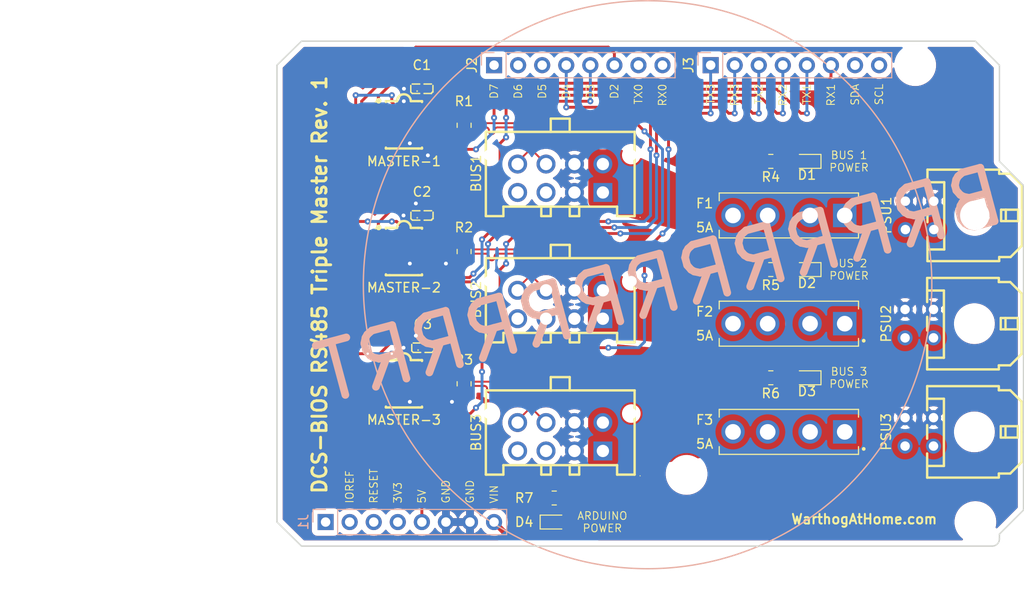
<source format=kicad_pcb>
(kicad_pcb (version 20211014) (generator pcbnew)
  (title_block (title "RS485 Triple Master") (date "2022-08-16") (rev "1") (company "Maciej Swic"))
  (layers (0 "F.Cu" signal) (31 "B.Cu" signal) (34 "B.Paste" user) (35 "F.Paste" user) (36 "B.SilkS" user "B.Silkscreen") (37 "F.SilkS" user "F.Silkscreen") (38 "B.Mask" user) (39 "F.Mask" user) (44 "Edge.Cuts" user))
  (net 0 "")
  (net 1 "GND")
  (net 2 "+5V")
  (net 3 "/IOREF")
  (net 4 "/*7")
  (net 5 "/*6")
  (net 6 "/*5")
  (net 7 "/TX0{slash}1")
  (net 8 "/RX0{slash}0")
  (net 9 "+3V3")
  (net 10 "/12V_2_Fused")
  (net 11 "/SDA{slash}20")
  (net 12 "/SCL{slash}21")
  (net 13 "/~{RESET}")
  (net 15 "Net-(D1-Pad2)")
  (net 16 "Net-(D2-Pad2)")
  (net 17 "Net-(D3-Pad2)")
  (net 18 "Net-(D4-Pad2)")
  (net 19 "+12V")
  (net 20 "+12V_2")
  (net 21 "+12V_3")
  (net 22 "*4")
  (net 23 "*3")
  (net 24 "*2")
  (net 25 "TX3{slash}14")
  (net 26 "RX3{slash}15")
  (net 27 "TX2{slash}16")
  (net 28 "RX2{slash}17")
  (net 29 "TX1{slash}18")
  (net 30 "RX1{slash}19")
  (net 37 "RS485-1-")
  (net 38 "RS485-1+")
  (net 39 "RS485-2-")
  (net 40 "RS485-2+")
  (net 41 "RS485-3-")
  (net 42 "RS485-3+")
  (net 43 "/12V_Fused")
  (net 44 "12V_3_Fused")
  (footprint "Arduino_MountingHole:MountingHole_3.2mm" (layer "F.Cu") (at 196.52 97.46)
    (fp_text reference "MH6" hide)
    (fp_text value "MountingHole_3.2mm" hide)
  )
  (footprint "Resistor_SMD:R_0805_2012Metric" (layer "F.Cu") (at 142.559019 68.885 -90)
    (fp_text reference "R2")
    (fp_text value "120R")
  )
  (footprint "JLCPCB:SOIC-8_L5.0-W4.0-P1.27-LS6.0-BL" (layer "F.Cu") (at 136.209019 68.885 -90)
    (fp_text reference "MASTER-2")
    (fp_text value "MAX487ESA+T")
  )
  (footprint "Resistor_SMD:R_0805_2012Metric" (layer "F.Cu") (at 174.93 59.36 180)
    (fp_text reference "R4")
    (fp_text value "1.8K")
  )
  (footprint "JLCPCB:CONN-TH_0430450400" (layer "F.Cu") (at 195.2846 65.06675 90)
    (fp_text reference "PSU1")
    (fp_text value "Conn_02x02_Top_Bottom" hide)
  )
  (footprint "LED_SMD:LED_0603_1608Metric" (layer "F.Cu") (at 178.74 82.22 180)
    (fp_text reference "D3")
    (fp_text value "BLUE")
  )
  (footprint "JLCPCB:CONN-TH_430450812" (layer "F.Cu") (at 152.705 87.3)
    (fp_text reference "BUS3")
    (fp_text value "Conn_02x04_Top_Bottom" hide)
  )
  (footprint "JLCPCB:C0402" (layer "F.Cu") (at 138.1 51.689)
    (fp_text reference "C1")
    (fp_text value "100n")
  )
  (footprint "JLCPCB:C0402" (layer "F.Cu") (at 138.203934 79.045)
    (fp_text reference "C3")
    (fp_text value "100n")
  )
  (footprint "Resistor_SMD:R_0805_2012Metric" (layer "F.Cu") (at 174.93 70.79 180)
    (fp_text reference "R5")
    (fp_text value "1.8K")
  )
  (footprint "JLCPCB:SOIC-8_L5.0-W4.0-P1.27-LS6.0-BL" (layer "F.Cu") (at 136.209019 55.499 -90)
    (fp_text reference "MASTER-1")
    (fp_text value "MAX487ESA+T")
  )
  (footprint "LED_SMD:LED_0603_1608Metric" (layer "F.Cu") (at 178.74 59.36 180)
    (fp_text reference "D1")
    (fp_text value "BLUE")
  )
  (footprint "LED_SMD:LED_0603_1608Metric" (layer "F.Cu") (at 178.74 70.79 180)
    (fp_text reference "D2")
    (fp_text value "BLUE")
  )
  (footprint "JLCPCB:CONN-TH_0430450400" (layer "F.Cu") (at 195.25 87.935 90)
    (fp_text reference "PSU3")
    (fp_text value "Conn_02x02_Top_Bottom" hide)
  )
  (footprint "LED_SMD:LED_0603_1608Metric" (layer "F.Cu") (at 152.07 97.46)
    (fp_text reference "D4")
    (fp_text value "BLUE")
  )
  (footprint "JLCPCB:CONN-TH_0430450400" (layer "F.Cu") (at 195.25 76.505 90)
    (fp_text reference "PSU2")
    (fp_text value "Conn_02x02_Top_Bottom" hide)
  )
  (footprint "JLCPCB:C0402" (layer "F.Cu") (at 138.114019 65.075)
    (fp_text reference "C2")
    (fp_text value "100n")
  )
  (footprint "Resistor_SMD:R_0805_2012Metric" (layer "F.Cu") (at 174.93 82.22 180)
    (fp_text reference "R6")
    (fp_text value "1.8K")
  )
  (footprint "Resistor_SMD:R_0805_2012Metric" (layer "F.Cu") (at 152.07 94.92 180)
    (fp_text reference "R7")
    (fp_text value "400R")
  )
  (footprint "A10 KiCad Libraries:FUSE_BK-6013" (layer "F.Cu") (at 176.835 76.505 180)
    (fp_text reference "F2")
    (fp_text value "5A")
  )
  (footprint "JLCPCB:CONN-TH_430450812" (layer "F.Cu") (at 152.705 73.33)
    (fp_text reference "BUS2")
    (fp_text value "Conn_02x04_Top_Bottom" hide)
  )
  (footprint "JLCPCB:SOIC-8_L5.0-W4.0-P1.27-LS6.0-BL" (layer "F.Cu") (at 136.209019 82.855 -90)
    (fp_text reference "MASTER-3")
    (fp_text value "MAX487ESA+T")
  )
  (footprint "Resistor_SMD:R_0805_2012Metric" (layer "F.Cu") (at 142.559019 55.55 -90)
    (fp_text reference "R1")
    (fp_text value "120R")
  )
  (footprint "Arduino_MountingHole:MountingHole_3.2mm" (layer "F.Cu") (at 166.04 92.38)
    (fp_text reference "MH4" hide)
    (fp_text value "MountingHole_3.2mm" hide)
  )
  (footprint "A10 KiCad Libraries:FUSE_BK-6013" (layer "F.Cu") (at 176.835 65.075 180)
    (fp_text reference "F1")
    (fp_text value "5A")
  )
  (footprint "A10 KiCad Libraries:FUSE_BK-6013" (layer "F.Cu") (at 176.835 87.935 180)
    (fp_text reference "F3")
    (fp_text value "5A")
  )
  (footprint "Arduino_MountingHole:MountingHole_3.2mm" (layer "F.Cu") (at 190.17 49.2)
    (fp_text reference "MH5" hide)
    (fp_text value "MountingHole_3.2mm" hide)
  )
  (footprint "Resistor_SMD:R_0805_2012Metric" (layer "F.Cu") (at 142.559019 82.855 -90)
    (fp_text reference "R3")
    (fp_text value "120R")
  )
  (footprint "JLCPCB:CONN-TH_430450812" (layer "F.Cu") (at 152.705 59.995)
    (fp_text reference "BUS1")
    (fp_text value "Conn_02x04_Top_Bottom" hide)
  )
  (footprint "Connector_PinHeader_2.54mm:PinHeader_1x08_P2.54mm_Vertical" (layer "B.Cu") (at 127.94 97.46 -90)
    (fp_text reference "J1")
    (fp_text value "Power")
  )
  (footprint "Connector_PinHeader_2.54mm:PinHeader_1x08_P2.54mm_Vertical" (layer "B.Cu") (at 145.72 49.2 -90)
    (fp_text reference "J2")
    (fp_text value "PWM")
  )
  (footprint "Connector_PinHeader_2.54mm:PinHeader_1x08_P2.54mm_Vertical" (layer "B.Cu") (at 168.58 49.2 -90)
    (fp_text reference "J3")
    (fp_text value "Communication")
  )
  (gr_circle (center 161.925 72.39) (end 191.925 72.39) (layer "B.SilkS") (width 0.15) (fill none))
  (gr_line (start 122.809 49.2) (end 125.4 46.66) (layer "Edge.Cuts") (width 0.15))
  (gr_line (start 199.06 59.36) (end 201.6 61.9) (layer "Edge.Cuts") (width 0.15))
  (gr_line (start 122.809 97.46) (end 122.809 49.2) (layer "Edge.Cuts") (width 0.15))
  (gr_line (start 122.809 97.46) (end 125.4 100) (layer "Edge.Cuts") (width 0.15))
  (gr_line (start 201.6 61.9) (end 201.6 96.19) (layer "Edge.Cuts") (width 0.15))
  (gr_line (start 198.298 100) (end 125.4 100) (layer "Edge.Cuts") (width 0.15))
  (gr_line (start 125.4 46.66) (end 196.52 46.66) (layer "Edge.Cuts") (width 0.15))
  (gr_line (start 201.6 96.19) (end 199.06 98.73) (layer "Edge.Cuts") (width 0.15))
  (gr_line (start 196.52 46.66) (end 199.06 49.2) (layer "Edge.Cuts") (width 0.15))
  (gr_arc (start 199.06 99.238) (mid 198.836815 99.776815) (end 198.298 100) (layer "Edge.Cuts") (width 0.15))
  (gr_line (start 199.06 49.2) (end 199.06 59.36) (layer "Edge.Cuts") (width 0.15))
  (gr_line (start 199.06 98.73) (end 199.06 99.238) (layer "Edge.Cuts") (width 0.15))
  (gr_text "BRRRRRRRRRRRT" (at 163.195 72.39 15) (layer "B.SilkS") (effects (font (size 5.842 5.842) (thickness 0.8128)) (justify mirror)))
  (gr_text "GND" (at 143.18 95.555 90) (layer "F.SilkS") (effects (font (size 0.8128 0.8128) (thickness 0.1016)) (justify left)))
  (gr_text "TX2" (at 173.66 51.105 90) (layer "F.SilkS") (effects (font (size 0.8128 0.8128) (thickness 0.1016)) (justify right)))
  (gr_text "BUS 1\nPOWER" (at 183.185 59.36) (layer "F.SilkS") (effects (font (size 0.8128 0.8128) (thickness 0.1016))))
  (gr_text "VIN" (at 145.72 95.555 90) (layer "F.SilkS") (effects (font (size 0.8128 0.8128) (thickness 0.1016)) (justify left)))
  (gr_text "GND" (at 140.64 95.555 90) (layer "F.SilkS") (effects (font (size 0.8128 0.8128) (thickness 0.1016)) (justify left)))
  (gr_text "D3" (at 155.88 51.105 90) (layer "F.SilkS") (effects (font (size 0.8128 0.8128) (thickness 0.1016)) (justify right)))
  (gr_text "IOREF" (at 130.48 95.555 90) (layer "F.SilkS") (effects (font (size 0.8128 0.8128) (thickness 0.1016)) (justify left)))
  (gr_text "BUS 2\nPOWER" (at 183.185 70.79) (layer "F.SilkS") (effects (font (size 0.8128 0.8128) (thickness 0.1016))))
  (gr_text "WarthogAtHome.com" (at 184.785 97.155) (layer "F.SilkS") (effects (font (size 1.016 1.016) (thickness 0.2032))))
  (gr_text "SCL" (at 186.36 51.105 90) (layer "F.SilkS") (effects (font (size 0.8128 0.8128) (thickness 0.1016)) (justify right)))
  (gr_text "RESET" (at 133.02 95.555 90) (layer "F.SilkS") (effects (font (size 0.8128 0.8128) (thickness 0.1016)) (justify left)))
  (gr_text "D2" (at 158.42 51.105 90) (layer "F.SilkS") (effects (font (size 0.8128 0.8128) (thickness 0.1016)) (justify right)))
  (gr_text "RX0" (at 163.5 51.105 90) (layer "F.SilkS") (effects (font (size 0.8128 0.8128) (thickness 0.1016)) (justify right)))
  (gr_text "TX3" (at 168.58 51.105 90) (layer "F.SilkS") (effects (font (size 0.8128 0.8128) (thickness 0.1016)) (justify right)))
  (gr_text "SDA" (at 183.82 51.105 90) (layer "F.SilkS") (effects (font (size 0.8128 0.8128) (thickness 0.1016)) (justify right)))
  (gr_text "D6" (at 148.26 51.105 90) (layer "F.SilkS") (effects (font (size 0.8128 0.8128) (thickness 0.1016)) (justify right)))
  (gr_text "3V3" (at 135.56 95.555 90) (layer "F.SilkS") (effects (font (size 0.8128 0.8128) (thickness 0.1016)) (justify left)))
  (gr_text "D7" (at 145.72 51.105 90) (layer "F.SilkS") (effects (font (size 0.8128 0.8128) (thickness 0.1016)) (justify right)))
  (gr_text "5V" (at 138.1 95.555 90) (layer "F.SilkS") (effects (font (size 0.8128 0.8128) (thickness 0.1016)) (justify left)))
  (gr_text "RX1" (at 181.28 51.105 90) (layer "F.SilkS") (effects (font (size 0.8128 0.8128) (thickness 0.1016)) (justify right)))
  (gr_text "BUS 3\nPOWER" (at 183.185 82.22) (layer "F.SilkS") (effects (font (size 0.8128 0.8128) (thickness 0.1016))))
  (gr_text "D4" (at 153.34 51.105 90) (layer "F.SilkS") (effects (font (size 0.8128 0.8128) (thickness 0.1016)) (justify right)))
  (gr_text "RX2" (at 176.2 51.105 90) (layer "F.SilkS") (effects (font (size 0.8128 0.8128) (thickness 0.1016)) (justify right)))
  (gr_text "RX3" (at 171.12 51.105 90) (layer "F.SilkS") (effects (font (size 0.8128 0.8128) (thickness 0.1016)) (justify right)))
  (gr_text "TX0" (at 160.96 51.105 90) (layer "F.SilkS") (effects (font (size 0.8128 0.8128) (thickness 0.1016)) (justify right)))
  (gr_text "D5" (at 150.8 51.105 90) (layer "F.SilkS") (effects (font (size 0.8128 0.8128) (thickness 0.1016)) (justify right)))
  (gr_text "TX1" (at 178.74 51.105 90) (layer "F.SilkS") (effects (font (size 0.8128 0.8128) (thickness 0.1016)) (justify right)))
  (gr_text "DCS-BIOS RS485 Triple Master Rev. 1" (at 127.305 72.39 90) (layer "F.SilkS") (effects (font (size 1.5 1.5) (thickness 0.3))))
  (gr_text "ARDUINO\nPOWER" (at 157.15 97.46) (layer "F.SilkS") (effects (font (size 0.8128 0.8128) (thickness 0.1016))))
  (via (at 140.64 70.155) (size 0.8128) (drill 0.4064) (layers "F.Cu" "B.Cu") (net 1))
  (via (at 136.83 57.455) (size 0.8128) (drill 0.4064) (layers "F.Cu" "B.Cu") (net 1))
  (via (at 136.83 70.155) (size 0.8128) (drill 0.4064) (layers "F.Cu" "B.Cu") (net 1))
  (via (at 136.164061 65.075) (size 0.8128) (drill 0.4064) (layers "F.Cu" "B.Cu") (net 1))
  (via (at 136.209019 51.689) (size 0.8128) (drill 0.4064) (layers "F.Cu" "B.Cu") (net 1))
  (via (at 138.735 58.725) (size 0.8128) (drill 0.4064) (layers "F.Cu" "B.Cu") (net 1))
  (via (at 136.83 84.76) (size 0.8128) (drill 0.4064) (layers "F.Cu" "B.Cu") (net 1))
  (via (at 136.164061 79.045) (size 0.8128) (drill 0.4064) (layers "F.Cu" "B.Cu") (net 1))
  (via (at 141.275 84.76) (size 0.8128) (drill 0.4064) (layers "F.Cu" "B.Cu") (net 1))
  (via (at 136.195 53.01) (size 0.8128) (drill 0.4064) (layers "F.Cu" "B.Cu") (net 1))
  (via (at 137.465 63.805) (size 0.8128) (drill 0.4064) (layers "F.Cu" "B.Cu") (net 1))
  (via (at 137.465 77.775) (size 0.8128) (drill 0.4064) (layers "F.Cu" "B.Cu") (net 1))
  (segment (start 135.795201 53.9752) (end 134.925 53.104999) (width 0.3048) (layer "F.Cu") (net 2))
  (segment (start 138.914124 80.949996) (end 138.914124 79.210105) (width 0.3048) (layer "F.Cu") (net 2))
  (segment (start 138.1 97.46) (end 138.1 94.92) (width 0.3048) (layer "F.Cu") (net 2))
  (segment (start 131.115 65.71) (end 131.115 52.375) (width 0.3048) (layer "F.Cu") (net 2))
  (segment (start 138.914124 79.210105) (end 138.749019 79.045) (width 0.3048) (layer "F.Cu") (net 2))
  (segment (start 131.115 79.68) (end 131.115 65.71) (width 0.3048) (layer "F.Cu") (net 2))
  (segment (start 132.385 79.68) (end 131.115 79.68) (width 0.3048) (layer "F.Cu") (net 2))
  (segment (start 138.914124 53.593996) (end 136.976003 53.593996) (width 0.3048) (layer "F.Cu") (net 2))
  (segment (start 138.1 94.92) (end 151.1575 94.92) (width 0.3048) (layer "F.Cu") (net 2))
  (segment (start 131.115 87.935) (end 138.1 94.92) (width 0.3048) (layer "F.Cu") (net 2))
  (segment (start 138.914124 51.958039) (end 138.645085 51.689) (width 0.3048) (layer "F.Cu") (net 2))
  (segment (start 136.704058 66.979996) (end 135.497031 65.772969) (width 0.3048) (layer "F.Cu") (net 2))
  (segment (start 136.976003 53.593996) (end 136.594799 53.9752) (width 0.3048) (layer "F.Cu") (net 2))
  (segment (start 131.115 82.22) (end 131.115 87.935) (width 0.3048) (layer "F.Cu") (net 2))
  (segment (start 131.115 82.22) (end 131.115 79.68) (width 0.3048) (layer "F.Cu") (net 2))
  (segment (start 138.914124 80.949996) (end 136.704058 80.949996) (width 0.3048) (layer "F.Cu") (net 2))
  (segment (start 135.434062 65.71) (end 134.925 65.71) (width 0.3048) (layer "F.Cu") (net 2))
  (segment (start 138.914124 65.33002) (end 138.659104 65.075) (width 0.3048) (layer "F.Cu") (net 2))
  (segment (start 134.925 53.104999) (end 134.925 52.375) (width 0.3048) (layer "F.Cu") (net 2))
  (segment (start 138.914124 66.979996) (end 138.914124 65.33002) (width 0.3048) (layer "F.Cu") (net 2))
  (segment (start 135.434062 79.68) (end 134.925 79.68) (width 0.3048) (layer "F.Cu") (net 2))
  (segment (start 138.914124 53.593996) (end 138.914124 51.958039) (width 0.3048) (layer "F.Cu") (net 2))
  (segment (start 135.497031 65.772969) (end 135.434062 65.71) (width 0.3048) (layer "F.Cu") (net 2))
  (segment (start 132.385 65.71) (end 131.115 65.71) (width 0.3048) (layer "F.Cu") (net 2))
  (segment (start 138.914124 66.979996) (end 136.704058 66.979996) (width 0.3048) (layer "F.Cu") (net 2))
  (segment (start 136.704058 80.949996) (end 135.434062 79.68) (width 0.3048) (layer "F.Cu") (net 2))
  (segment (start 136.594799 53.9752) (end 135.795201 53.9752) (width 0.3048) (layer "F.Cu") (net 2))
  (via (at 132.385 79.68) (size 0.635) (drill 0.254) (layers "F.Cu" "B.Cu") (net 2))
  (via (at 134.925 79.68) (size 0.635) (drill 0.254) (layers "F.Cu" "B.Cu") (net 2))
  (via (at 131.115 52.375) (size 0.635) (drill 0.254) (layers "F.Cu" "B.Cu") (net 2))
  (via (at 132.385 65.71) (size 0.635) (drill 0.254) (layers "F.Cu" "B.Cu") (net 2))
  (via (at 134.925 52.375) (size 0.635) (drill 0.254) (layers "F.Cu" "B.Cu") (net 2))
  (via (at 134.925 65.71) (size 0.635) (drill 0.254) (layers "F.Cu" "B.Cu") (net 2))
  (segment (start 134.925 65.71) (end 132.385 65.71) (width 0.3048) (layer "B.Cu") (net 2))
  (segment (start 134.925 79.68) (end 132.385 79.68) (width 0.3048) (layer "B.Cu") (net 2))
  (segment (start 134.925 52.375) (end 131.115 52.375) (width 0.3048) (layer "B.Cu") (net 2))
  (segment (start 174.0175 75.9225) (end 174.0175 70.79) (width 0.3048) (layer "F.Cu") (net 10))
  (segment (start 174.6 76.505) (end 174.0175 75.9225) (width 0.3048) (layer "F.Cu") (net 10))
  (segment (start 175.8425 59.36) (end 177.9525 59.36) (width 0.3048) (layer "F.Cu") (net 15))
  (segment (start 175.8425 70.79) (end 177.9525 70.79) (width 0.3048) (layer "F.Cu") (net 16))
  (segment (start 175.8425 82.22) (end 177.9525 82.22) (width 0.3048) (layer "F.Cu") (net 17))
  (segment (start 152.9825 94.92) (end 152.9825 96.240292) (width 0.3048) (layer "F.Cu") (net 18))
  (segment (start 152.8575 96.365292) (end 152.8575 97.46) (width 0.3048) (layer "F.Cu") (net 18))
  (segment (start 152.9825 96.240292) (end 152.8575 96.365292) (width 0.3048) (layer "F.Cu") (net 18))
  (segment (start 133.503914 83.490001) (end 133.503914 82.219999) (width 0.3048) (layer "F.Cu") (net 22))
  (segment (start 159.055 53.645) (end 153.34 53.645) (width 0.3048) (layer "F.Cu") (net 22))
  (segment (start 146.355 70.79) (end 146.99 70.155) (width 0.3048) (layer "F.Cu") (net 22))
  (segment (start 148.100599 66.98) (end 159.055 66.98) (width 0.3048) (layer "F.Cu") (net 22))
  (segment (start 146.355 75.235) (end 146.355 73.965) (width 0.3048) (layer "F.Cu") (net 22))
  (segment (start 146.355 73.965) (end 146.355 70.79) (width 0.3048) (layer "F.Cu") (net 22))
  (segment (start 133.503914 82.219999) (end 134.290001 82.219999) (width 0.3048) (layer "F.Cu") (net 22))
  (segment (start 134.290001 82.219999) (end 134.925 81.585) (width 0.3048) (layer "F.Cu") (net 22))
  (segment (start 161.595 56.185) (end 159.055 53.645) (width 0.3048) (layer "F.Cu") (net 22))
  (segment (start 134.925 81.585) (end 140.005 81.585) (width 0.3048) (layer "F.Cu") (net 22))
  (segment (start 140.005 81.585) (end 146.355 75.235) (width 0.3048) (layer "F.Cu") (net 22))
  (segment (start 146.99 68.090599) (end 148.100599 66.98) (width 0.3048) (layer "F.Cu") (net 22))
  (via (at 153.34 53.645) (size 0.635) (drill 0.254) (layers "F.Cu" "B.Cu") (net 22))
  (via (at 146.99 68.090599) (size 0.635) (drill 0.254) (layers "F.Cu" "B.Cu") (net 22))
  (via (at 159.055 66.98) (size 0.635) (drill 0.254) (layers "F.Cu" "B.Cu") (net 22))
  (via (at 161.595 56.185) (size 0.635) (drill 0.254) (layers "F.Cu" "B.Cu") (net 22))
  (via (at 146.99 70.155) (size 0.635) (drill 0.254) (layers "F.Cu" "B.Cu") (net 22))
  (segment (start 159.055 66.98) (end 162.23 66.98) (width 0.3048) (layer "B.Cu") (net 22))
  (segment (start 153.34 53.645) (end 153.34 49.2) (width 0.3048) (layer "B.Cu") (net 22))
  (segment (start 163.5 65.71) (end 163.5 58.09) (width 0.3048) (layer "B.Cu") (net 22))
  (segment (start 163.5 58.09) (end 161.595 56.185) (width 0.3048) (layer "B.Cu") (net 22))
  (segment (start 162.23 66.98) (end 163.5 65.71) (width 0.3048) (layer "B.Cu") (net 22))
  (segment (start 146.99 70.155) (end 146.99 68.090599) (width 0.3048) (layer "B.Cu") (net 22))
  (segment (start 146.99 53.645) (end 147.625 53.01) (width 0.3048) (layer "F.Cu") (net 23))
  (segment (start 134.925 68.25) (end 135.56 67.615) (width 0.3048) (layer "F.Cu") (net 23))
  (segment (start 146.355 57.455) (end 146.99 56.82) (width 0.3048) (layer "F.Cu") (net 23))
  (segment (start 146.99 54.755599) (end 146.99 53.645) (width 0.3048) (layer "F.Cu") (net 23))
  (segment (start 133.503914 68.249999) (end 134.925 68.25) (width 0.3048) (layer "F.Cu") (net 23))
  (segment (start 139.803 67.615) (end 146.355 61.063) (width 0.3048) (layer "F.Cu") (net 23))
  (segment (start 135.56 67.615) (end 139.803 67.615) (width 0.3048) (layer "F.Cu") (net 23))
  (segment (start 146.355 61.063) (end 146.355 57.455) (width 0.3048) (layer "F.Cu") (net 23))
  (segment (start 147.625 53.01) (end 155.88 53.01) (width 0.3048) (layer "F.Cu") (net 23))
  (segment (start 133.503914 69.520001) (end 133.503914 68.249999) (width 0.3048) (layer "F.Cu") (net 23))
  (via (at 155.88 53.01) (size 0.635) (drill 0.254) (layers "F.Cu" "B.Cu") (net 23))
  (via (at 146.99 54.755599) (size 0.635) (drill 0.254) (layers "F.Cu" "B.Cu") (net 23))
  (via (at 146.99 56.82) (size 0.635) (drill 0.254) (layers "F.Cu" "B.Cu") (net 23))
  (segment (start 155.88 53.01) (end 155.88 49.2) (width 0.3048) (layer "B.Cu") (net 23))
  (segment (start 146.99 56.82) (end 146.99 54.755599) (width 0.3048) (layer "B.Cu") (net 23))
  (segment (start 133.503914 56.134001) (end 133.503914 54.863999) (width 0.3048) (layer "F.Cu") (net 24))
  (segment (start 157.785 47.295) (end 158.42 47.93) (width 0.3048) (layer "F.Cu") (net 24))
  (segment (start 131.75 53.004211) (end 137.459211 47.295) (width 0.3048) (layer "F.Cu") (net 24))
  (segment (start 133.503914 54.863999) (end 132.333999 54.863999) (width 0.3048) (layer "F.Cu") (net 24))
  (segment (start 132.333999 54.863999) (end 131.75 54.28) (width 0.3048) (layer "F.Cu") (net 24))
  (segment (start 158.42 47.93) (end 158.42 49.2) (width 0.3048) (layer "F.Cu") (net 24))
  (segment (start 137.459211 47.295) (end 157.785 47.295) (width 0.3048) (layer "F.Cu") (net 24))
  (segment (start 131.75 54.28) (end 131.75 53.004211) (width 0.3048) (layer "F.Cu") (net 24))
  (segment (start 161.595 71.425) (end 161.595 68.885) (width 0.3048) (layer "F.Cu") (net 25))
  (segment (start 144.45 81.585) (end 144.45 79.68) (width 0.3048) (layer "F.Cu") (net 25))
  (segment (start 146.99 79.045) (end 157.785 79.045) (width 0.3048) (layer "F.Cu") (net 25))
  (segment (start 136.195 86.03) (end 143.18 86.03) (width 0.3048) (layer "F.Cu") (net 25))
  (segment (start 144.45 79.68) (end 145.085 79.045) (width 0.3048) (layer "F.Cu") (net 25))
  (segment (start 164.135 58.09) (end 164.135 54.915) (width 0.3048) (layer "F.Cu") (net 25))
  (segment (start 133.503914 84.760004) (end 134.925004 84.760004) (width 0.3048) (layer "F.Cu") (net 25))
  (segment (start 145.085 79.045) (end 146.99 79.045) (width 0.3048) (layer "F.Cu") (net 25))
  (segment (start 164.77 54.28) (end 168.58 54.28) (width 0.3048) (layer "F.Cu") (net 25))
  (segment (start 143.18 86.03) (end 143.815 85.395) (width 0.3048) (layer "F.Cu") (net 25))
  (segment (start 161.595 68.885) (end 163.5 66.98) (width 0.3048) (layer "F.Cu") (net 25))
  (segment (start 134.925004 84.760004) (end 136.195 86.03) (width 0.3048) (layer "F.Cu") (net 25))
  (segment (start 164.135 54.915) (end 164.77 54.28) (width 0.3048) (layer "F.Cu") (net 25))
  (via (at 161.595 71.425) (size 0.635) (drill 0.254) (layers "F.Cu" "B.Cu") (net 25))
  (via (at 168.58 54.28) (size 0.635) (drill 0.254) (layers "F.Cu" "B.Cu") (net 25))
  (via (at 143.815 85.395) (size 0.635) (drill 0.254) (layers "F.Cu" "B.Cu") (net 25))
  (via (at 144.45 81.585) (size 0.635) (drill 0.254) (layers "F.Cu" "B.Cu") (net 25))
  (via (at 163.5 66.98) (size 0.635) (drill 0.254) (layers "F.Cu" "B.Cu") (net 25))
  (via (at 157.785 79.045) (size 0.635) (drill 0.254) (layers "F.Cu" "B.Cu") (net 25))
  (via (at 164.135 58.09) (size 0.635) (drill 0.254) (layers "F.Cu" "B.Cu") (net 25))
  (segment (start 143.815 85.395) (end 144.45 84.76) (width 0.3048) (layer "B.Cu") (net 25))
  (segment (start 160.985 79.045) (end 161.595 78.435) (width 0.3048) (layer "B.Cu") (net 25))
  (segment (start 161.595 78.435) (end 161.595 71.425) (width 0.3048) (layer "B.Cu") (net 25))
  (segment (start 144.45 84.76) (end 144.45 81.585) (width 0.3048) (layer "B.Cu") (net 25))
  (segment (start 163.5 66.98) (end 164.135 66.345) (width 0.3048) (layer "B.Cu") (net 25))
  (segment (start 168.58 54.28) (end 168.58 49.2) (width 0.3048) (layer "B.Cu") (net 25))
  (segment (start 164.135 66.345) (end 164.135 58.09) (width 0.3048) (layer "B.Cu") (net 25))
  (segment (start 157.785 79.045) (end 160.985 79.045) (width 0.3048) (layer "B.Cu") (net 25))
  (segment (start 155.88 66.345) (end 158.42 66.345) (width 0.3048) (layer "F.Cu") (net 26))
  (segment (start 171.12 54.28) (end 170.485 54.28) (width 0.3048) (layer "F.Cu") (net 26))
  (segment (start 141.244795 72.090205) (end 133.503914 79.831086) (width 0.3048) (layer "F.Cu") (net 26))
  (segment (start 162.865 54.28) (end 162.865 58.725) (width 0.3048) (layer "F.Cu") (net 26))
  (segment (start 133.503914 79.831086) (end 133.503914 80.949996) (width 0.3048) (layer "F.Cu") (net 26))
  (segment (start 170.485 54.28) (end 169.85 53.645) (width 0.3048) (layer "F.Cu") (net 26))
  (segment (start 143.568227 72.077579) (end 143.555601 72.090205) (width 0.3048) (layer "F.Cu") (net 26))
  (segment (start 145.085 68.090599) (end 145.085 67.9325) (width 0.3048) (layer "F.Cu") (net 26))
  (segment (start 145.085 67.9325) (end 146.6725 66.345) (width 0.3048) (layer "F.Cu") (net 26))
  (segment (start 163.5 53.645) (end 162.865 54.28) (width 0.3048) (layer "F.Cu") (net 26))
  (segment (start 169.85 53.645) (end 163.5 53.645) (width 0.3048) (layer "F.Cu") (net 26))
  (segment (start 143.555601 72.090205) (end 141.244795 72.090205) (width 0.3048) (layer "F.Cu") (net 26))
  (segment (start 146.6725 66.345) (end 155.88 66.345) (width 0.3048) (layer "F.Cu") (net 26))
  (via (at 171.12 54.28) (size 0.635) (drill 0.254) (layers "F.Cu" "B.Cu") (net 26))
  (via (at 158.42 66.345) (size 0.635) (drill 0.254) (layers "F.Cu" "B.Cu") (net 26))
  (via (at 145.085 68.090599) (size 0.635) (drill 0.254) (layers "F.Cu" "B.Cu") (net 26))
  (via (at 162.865 58.725) (size 0.635) (drill 0.254) (layers "F.Cu" "B.Cu") (net 26))
  (via (at 143.568227 72.077579) (size 0.635) (drill 0.254) (layers "F.Cu" "B.Cu") (net 26))
  (segment (start 158.42 66.345) (end 161.889151 66.345) (width 0.3048) (layer "B.Cu") (net 26))
  (segment (start 161.889151 66.345) (end 162.865 65.369151) (width 0.3048) (layer "B.Cu") (net 26))
  (segment (start 162.865 65.369151) (end 162.865 58.725) (width 0.3048) (layer "B.Cu") (net 26))
  (segment (start 145.085 70.563466) (end 144.223466 71.425) (width 0.3048) (layer "B.Cu") (net 26))
  (segment (start 144.223466 71.425) (end 144.220806 71.425) (width 0.3048) (layer "B.Cu") (net 26))
  (segment (start 171.12 54.28) (end 171.12 49.2) (width 0.3048) (layer "B.Cu") (net 26))
  (segment (start 144.220806 71.425) (end 143.568227 72.077579) (width 0.3048) (layer "B.Cu") (net 26))
  (segment (start 145.085 68.090599) (end 145.085 70.563466) (width 0.3048) (layer "B.Cu") (net 26))
  (segment (start 163.1825 53.01) (end 162.23 53.9625) (width 0.3048) (layer "F.Cu") (net 27))
  (segment (start 173.66 54.28) (end 173.025 54.28) (width 0.3048) (layer "F.Cu") (net 27))
  (segment (start 143.545135 71.221312) (end 143.133442 71.633005) (width 0.3048) (layer "F.Cu") (net 27))
  (segment (start 173.025 54.28) (end 171.755 53.01) (width 0.3048) (layer "F.Cu") (net 27))
  (segment (start 135.768005 71.633005) (end 134.925004 70.790004) (width 0.3048) (layer "F.Cu") (net 27))
  (segment (start 134.925004 70.790004) (end 133.503914 70.790004) (width 0.3048) (layer "F.Cu") (net 27))
  (segment (start 143.133442 71.633005) (end 135.768005 71.633005) (width 0.3048) (layer "F.Cu") (net 27))
  (segment (start 171.755 53.01) (end 163.1825 53.01) (width 0.3048) (layer "F.Cu") (net 27))
  (segment (start 146.355 65.71) (end 157.785 65.71) (width 0.3048) (layer "F.Cu") (net 27))
  (segment (start 162.23 53.9625) (end 162.23 58.09) (width 0.3048) (layer "F.Cu") (net 27))
  (segment (start 144.45 67.615) (end 146.355 65.71) (width 0.3048) (layer "F.Cu") (net 27))
  (via (at 162.23 58.09) (size 0.635) (drill 0.254) (layers "F.Cu" "B.Cu") (net 27))
  (via (at 157.785 65.71) (size 0.635) (drill 0.254) (layers "F.Cu" "B.Cu") (net 27))
  (via (at 144.45 67.615) (size 0.635) (drill 0.254) (layers "F.Cu" "B.Cu") (net 27))
  (via (at 143.545135 71.221312) (size 0.635) (drill 0.254) (layers "F.Cu" "B.Cu") (net 27))
  (via (at 173.66 54.28) (size 0.635) (drill 0.254) (layers "F.Cu" "B.Cu") (net 27))
  (segment (start 143.545135 71.221312) (end 144.45 70.316447) (width 0.3048) (layer "B.Cu") (net 27))
  (segment (start 144.45 70.316447) (end 144.45 67.615) (width 0.3048) (layer "B.Cu") (net 27))
  (segment (start 173.66 54.28) (end 173.66 49.2) (width 0.3048) (layer "B.Cu") (net 27))
  (segment (start 162.23 65.075) (end 162.23 58.09) (width 0.3048) (layer "B.Cu") (net 27))
  (segment (start 161.595 65.71) (end 162.23 65.075) (width 0.3048) (layer "B.Cu") (net 27))
  (segment (start 157.785 65.71) (end 161.595 65.71) (width 0.3048) (layer "B.Cu") (net 27))
  (segment (start 173.66 52.375) (end 146.83125 52.375) (width 0.3048) (layer "F.Cu") (net 28))
  (segment (start 176.2 54.28) (end 175.565 54.28) (width 0.3048) (layer "F.Cu") (net 28))
  (segment (start 141.275 58.09) (end 143.815 58.09) (width 0.3048) (layer "F.Cu") (net 28))
  (segment (start 175.565 54.28) (end 173.66 52.375) (width 0.3048) (layer "F.Cu") (net 28))
  (segment (start 133.503914 65.861086) (end 141.275 58.09) (width 0.3048) (layer "F.Cu") (net 28))
  (segment (start 146.83125 52.375) (end 145.72 53.48625) (width 0.3048) (layer "F.Cu") (net 28))
  (segment (start 145.72 53.48625) (end 145.72 54.755599) (width 0.3048) (layer "F.Cu") (net 28))
  (segment (start 133.503914 66.979996) (end 133.503914 65.861086) (width 0.3048) (layer "F.Cu") (net 28))
  (via (at 143.815 58.09) (size 0.635) (drill 0.254) (layers "F.Cu" "B.Cu") (net 28))
  (via (at 145.72 54.755599) (size 0.635) (drill 0.254) (layers "F.Cu" "B.Cu") (net 28))
  (via (at 176.2 54.28) (size 0.635) (drill 0.254) (layers "F.Cu" "B.Cu") (net 28))
  (segment (start 145.72 56.185) (end 143.815 58.09) (width 0.3048) (layer "B.Cu") (net 28))
  (segment (start 176.2 54.28) (end 176.2 49.2) (width 0.3048) (layer "B.Cu") (net 28))
  (segment (start 145.72 54.755599) (end 145.72 56.185) (width 0.3048) (layer "B.Cu") (net 28))
  (segment (start 175.565 51.74) (end 141.275 51.74) (width 0.3048) (layer "F.Cu") (net 29))
  (segment (start 140.010002 54.274998) (end 137.344426 54.274998) (width 0.3048) (layer "F.Cu") (net 29))
  (segment (start 140.64 53.645) (end 140.010002 54.274998) (width 0.3048) (layer "F.Cu") (net 29))
  (segment (start 134.21542 57.404004) (end 133.503914 57.404004) (width 0.3048) (layer "F.Cu") (net 29))
  (segment (start 178.74 54.28) (end 178.105 54.28) (width 0.3048) (layer "F.Cu") (net 29))
  (segment (start 140.64 52.375) (end 140.64 53.645) (width 0.3048) (layer "F.Cu") (net 29))
  (segment (start 178.105 54.28) (end 175.565 51.74) (width 0.3048) (layer "F.Cu") (net 29))
  (segment (start 141.275 51.74) (end 140.64 52.375) (width 0.3048) (layer "F.Cu") (net 29))
  (segment (start 137.344426 54.274998) (end 134.21542 57.404004) (width 0.3048) (layer "F.Cu") (net 29))
  (via (at 178.74 54.28) (size 0.635) (drill 0.254) (layers "F.Cu" "B.Cu") (net 29))
  (segment (start 178.74 54.28) (end 178.74 49.2) (width 0.3048) (layer "B.Cu") (net 29))
  (segment (start 133.503914 52.526086) (end 135.56 50.47) (width 0.3048) (layer "F.Cu") (net 30))
  (segment (start 180.645 51.105) (end 181.28 50.47) (width 0.3048) (layer "F.Cu") (net 30))
  (segment (start 181.28 50.47) (end 181.28 49.2) (width 0.3048) (layer "F.Cu") (net 30))
  (segment (start 140.64 50.47) (end 141.275 51.105) (width 0.3048) (layer "F.Cu") (net 30))
  (segment (start 133.503914 53.593996) (end 133.503914 52.526086) (width 0.3048) (layer "F.Cu") (net 30))
  (segment (start 135.56 50.47) (end 140.64 50.47) (width 0.3048) (layer "F.Cu") (net 30))
  (segment (start 141.275 51.105) (end 180.645 51.105) (width 0.3048) (layer "F.Cu") (net 30))
  (segment (start 140.299233 55.274) (end 141.922519 55.274) (width 0.2) (layer "F.Cu") (net 37))
  (segment (start 149.769019 58.209019) (end 151.205127 59.645127) (width 0.2) (layer "F.Cu") (net 37))
  (segment (start 141.922519 55.274) (end 142.559019 54.6375) (width 0.2) (layer "F.Cu") (net 37))
  (segment (start 138.914124 54.863999) (end 139.889232 54.863999) (width 0.2) (layer "F.Cu") (net 37))
  (segment (start 148.367218 55.324999) (end 149.769019 56.7268) (width 0.2) (layer "F.Cu") (net 37))
  (segment (start 149.769019 56.7268) (end 149.769019 58.209019) (width 0.2) (layer "F.Cu") (net 37))
  (segment (start 142.559019 54.6375) (end 143.246518 55.324999) (width 0.2) (layer "F.Cu") (net 37))
  (segment (start 139.889232 54.863999) (end 140.299233 55.274) (width 0.2) (layer "F.Cu") (net 37))
  (segment (start 143.246518 55.324999) (end 148.367218 55.324999) (width 0.2) (layer "F.Cu") (net 37))
  (segment (start 139.889232 56.134001) (end 140.299233 55.724) (width 0.2) (layer "F.Cu") (net 38))
  (segment (start 148.18082 55.775001) (end 146.074018 55.775001) (width 0.2) (layer "F.Cu") (net 38))
  (segment (start 140.299233 55.724) (end 141.820519 55.724) (width 0.2) (layer "F.Cu") (net 38))
  (segment (start 141.820519 55.724) (end 142.559019 56.4625) (width 0.2) (layer "F.Cu") (net 38))
  (segment (start 148.205127 59.645127) (end 148.205127 59.428892) (width 0.2) (layer "F.Cu") (net 38))
  (segment (start 145.774018 56.075001) (end 145.774018 56.185) (width 0.2) (layer "F.Cu") (net 38))
  (segment (start 145.174018 56.185) (end 145.174018 56.075001) (width 0.2) (layer "F.Cu") (net 38))
  (segment (start 149.319019 56.9132) (end 148.18082 55.775001) (width 0.2) (layer "F.Cu") (net 38))
  (segment (start 144.874018 55.775001) (end 143.246518 55.775001) (width 0.2) (layer "F.Cu") (net 38))
  (segment (start 148.205127 59.428892) (end 149.319019 58.315) (width 0.2) (layer "F.Cu") (net 38))
  (segment (start 143.246518 55.775001) (end 142.559019 56.4625) (width 0.2) (layer "F.Cu") (net 38))
  (segment (start 149.319019 58.315) (end 149.319019 56.9132) (width 0.2) (layer "F.Cu") (net 38))
  (segment (start 138.914124 56.134001) (end 139.889232 56.134001) (width 0.2) (layer "F.Cu") (net 38))
  (arc (start 145.174018 56.075001) (mid 145.08615 55.862869) (end 144.874018 55.775001) (width 0.2) (layer "F.Cu") (net 38))
  (arc (start 145.474018 56.485) (mid 145.261886 56.397132) (end 145.174018 56.185) (width 0.2) (layer "F.Cu") (net 38))
  (arc (start 145.774018 56.185) (mid 145.68615 56.397132) (end 145.474018 56.485) (width 0.2) (layer "F.Cu") (net 38))
  (arc (start 146.074018 55.775001) (mid 145.861886 55.862869) (end 145.774018 56.075001) (width 0.2) (layer "F.Cu") (net 38))
  (segment (start 139.889232 68.249999) (end 140.299233 68.66) (width 0.2) (layer "F.Cu") (net 39))
  (segment (start 149.769019 71.544019) (end 151.205127 72.980127) (width 0.2) (layer "F.Cu") (net 39))
  (segment (start 141.87152 68.659999) (end 142.559019 67.9725) (width 0.2) (layer "F.Cu") (net 39))
  (segment (start 142.559019 67.9725) (end 143.246518 68.659999) (width 0.2) (layer "F.Cu") (net 39))
  (segment (start 143.246518 68.659999) (end 148.367218 68.659999) (width 0.2) (layer "F.Cu") (net 39))
  (segment (start 138.914124 68.249999) (end 139.889232 68.249999) (width 0.2) (layer "F.Cu") (net 39))
  (segment (start 148.367218 68.659999) (end 149.769019 70.0618) (width 0.2) (layer "F.Cu") (net 39))
  (segment (start 149.769019 70.0618) (end 149.769019 71.544019) (width 0.2) (layer "F.Cu") (net 39))
  (segment (start 140.299233 68.66) (end 141.87152 68.659999) (width 0.2) (layer "F.Cu") (net 39))
  (segment (start 146.074018 69.110001) (end 148.18082 69.110001) (width 0.2) (layer "F.Cu") (net 40))
  (segment (start 149.319019 71.65) (end 148.205127 72.763892) (width 0.2) (layer "F.Cu") (net 40))
  (segment (start 138.914124 69.520001) (end 139.889232 69.520001) (width 0.2) (layer "F.Cu") (net 40))
  (segment (start 140.299233 69.11) (end 141.87152 69.110001) (width 0.2) (layer "F.Cu") (net 40))
  (segment (start 145.774018 69.52) (end 145.774018 69.410001) (width 0.2) (layer "F.Cu") (net 40))
  (segment (start 143.246518 69.110001) (end 144.874018 69.110001) (width 0.2) (layer "F.Cu") (net 40))
  (segment (start 142.559019 69.7975) (end 143.246518 69.110001) (width 0.2) (layer "F.Cu") (net 40))
  (segment (start 139.889232 69.520001) (end 140.299233 69.11) (width 0.2) (layer "F.Cu") (net 40))
  (segment (start 149.319019 70.2482) (end 149.319019 71.65) (width 0.2) (layer "F.Cu") (net 40))
  (segment (start 148.205127 72.763892) (end 148.205127 72.980127) (width 0.2) (layer "F.Cu") (net 40))
  (segment (start 141.87152 69.110001) (end 142.559019 69.7975) (width 0.2) (layer "F.Cu") (net 40))
  (segment (start 148.18082 69.110001) (end 149.319019 70.2482) (width 0.2) (layer "F.Cu") (net 40))
  (segment (start 145.174018 69.52) (end 145.174018 69.410001) (width 0.2) (layer "F.Cu") (net 40))
  (arc (start 145.774018 69.410001) (mid 145.861886 69.197869) (end 146.074018 69.110001) (width 0.2) (layer "F.Cu") (net 40))
  (arc (start 144.874018 69.110001) (mid 145.08615 69.197869) (end 145.174018 69.410001) (width 0.2) (layer "F.Cu") (net 40))
  (arc (start 145.474018 69.82) (mid 145.68615 69.732132) (end 145.774018 69.52) (width 0.2) (layer "F.Cu") (net 40))
  (arc (start 145.174018 69.52) (mid 145.261886 69.732132) (end 145.474018 69.82) (width 0.2) (layer "F.Cu") (net 40))
  (segment (start 149.769019 84.0318) (end 149.769019 85.514019) (width 0.2) (layer "F.Cu") (net 41))
  (segment (start 143.246518 82.629999) (end 148.367218 82.629999) (width 0.2) (layer "F.Cu") (net 41))
  (segment (start 149.769019 85.514019) (end 151.205127 86.950127) (width 0.2) (layer "F.Cu") (net 41))
  (segment (start 140.299233 82.63) (end 141.87152 82.629999) (width 0.2) (layer "F.Cu") (net 41))
  (segment (start 148.367218 82.629999) (end 149.769019 84.0318) (width 0.2) (layer "F.Cu") (net 41))
  (segment (start 139.889232 82.219999) (end 140.299233 82.63) (width 0.2) (layer "F.Cu") (net 41))
  (segment (start 142.559019 81.9425) (end 143.246518 82.629999) (width 0.2) (layer "F.Cu") (net 41))
  (segment (start 138.914124 82.219999) (end 139.889232 82.219999) (width 0.2) (layer "F.Cu") (net 41))
  (segment (start 141.87152 82.629999) (end 142.559019 81.9425) (width 0.2) (layer "F.Cu") (net 41))
  (segment (start 145.88902 83.080001) (end 148.18082 83.080001) (width 0.2) (layer "F.Cu") (net 42))
  (segment (start 141.87152 83.080001) (end 142.559019 83.7675) (width 0.2) (layer "F.Cu") (net 42))
  (segment (start 149.319019 84.2182) (end 149.319019 85.62) (width 0.2) (layer "F.Cu") (net 42))
  (segment (start 139.889232 83.490001) (end 140.299233 83.08) (width 0.2) (layer "F.Cu") (net 42))
  (segment (start 148.18082 83.080001) (end 149.319019 84.2182) (width 0.2) (layer "F.Cu") (net 42))
  (segment (start 145.58902 83.49) (end 145.58902 83.380001) (width 0.2) (layer "F.Cu") (net 42))
  (segment (start 149.319019 85.62) (end 148.205127 86.733892) (width 0.2) (layer "F.Cu") (net 42))
  (segment (start 144.98902 83.49) (end 144.98902 83.380001) (width 0.2) (layer "F.Cu") (net 42))
  (segment (start 148.205127 86.733892) (end 148.205127 86.950127) (width 0.2) (layer "F.Cu") (net 42))
  (segment (start 138.914124 83.490001) (end 139.889232 83.490001) (width 0.2) (layer "F.Cu") (net 42))
  (segment (start 143.246518 83.080001) (end 144.68902 83.080001) (width 0.2) (layer "F.Cu") (net 42))
  (segment (start 142.559019 83.7675) (end 143.246518 83.080001) (width 0.2) (layer "F.Cu") (net 42))
  (segment (start 140.299233 83.08) (end 141.87152 83.080001) (width 0.2) (layer "F.Cu") (net 42))
  (arc (start 144.98902 83.49) (mid 145.076888 83.702132) (end 145.28902 83.79) (width 0.2) (layer "F.Cu") (net 42))
  (arc (start 144.68902 83.080001) (mid 144.901152 83.167869) (end 144.98902 83.380001) (width 0.2) (layer "F.Cu") (net 42))
  (arc (start 145.28902 83.79) (mid 145.501152 83.702132) (end 145.58902 83.49) (width 0.2) (layer "F.Cu") (net 42))
  (arc (start 145.58902 83.380001) (mid 145.676888 83.167869) (end 145.88902 83.080001) (width 0.2) (layer "F.Cu") (net 42))
  (segment (start 174.6 65.075) (end 174.0175 64.4925) (width 0.3048) (layer "F.Cu") (net 43))
  (segment (start 174.0175 64.4925) (end 174.0175 59.36) (width 0.3048) (layer "F.Cu") (net 43))
  (segment (start 155.88 98.73) (end 157.205127 97.404873) (width 0.6096) (layer "F.Cu") (net 44))
  (segment (start 145.72 97.46) (end 146.99 98.73) (width 0.6096) (layer "F.Cu") (net 44))
  (segment (start 157.205127 97.404873) (end 157.205127 89.950127) (width 0.6096) (layer "F.Cu") (net 44))
  (segment (start 174.0175 87.3525) (end 174.0175 82.22) (width 0.3048) (layer "F.Cu") (net 44))
  (segment (start 174.6 87.935) (end 174.0175 87.3525) (width 0.3048) (layer "F.Cu") (net 44))
  (segment (start 146.99 98.73) (end 155.88 98.73) (width 0.6096) (layer "F.Cu") (net 44))
  (zone (net 43) (net_name "/12V_Fused") (layer "F.Cu") (priority 10) (connect_pads yes (clearance 0.4064)) (min_thickness 0.2032) (fill yes (thermal_gap 0.4064) (thermal_bridge_width 1.27) (smoothing fillet) (radius 0.8128))
    (polygon (pts (xy 169.25185 62.455436) (xy 176.49085 62.582436) (xy 176.49085 67.662436) (xy 169.25185 67.662436) (xy 155.66285 64.186) (xy 155.66285 58.09) (xy 159.09185 58.09)))
  )
  (zone (net 19) (net_name "+12V") (layer "F.Cu") (priority 10) (connect_pads yes (clearance 0.4064)) (min_thickness 0.2032) (fill yes (thermal_gap 0.4064) (thermal_bridge_width 1.27) (smoothing fillet) (radius 0.8128))
    (polygon (pts (xy 187.63 64.821) (xy 193.98 64.821) (xy 193.98 68.504) (xy 187.63 68.504) (xy 177.216 67.615) (xy 177.216 62.535) (xy 184.455 62.535)))
  )
  (zone (net 10) (net_name "/12V_2_Fused") (layer "F.Cu") (priority 10) (connect_pads yes (clearance 0.4064)) (min_thickness 0.2032) (fill yes (thermal_gap 0.4064) (thermal_bridge_width 1.27) (smoothing fillet) (radius 0.8128))
    (polygon (pts (xy 169.215 73.965) (xy 176.454 73.965) (xy 176.454 79.045) (xy 169.215 79.045) (xy 155.626 77.775) (xy 155.626 71.425) (xy 159.055 71.425)))
  )
  (zone (net 1) (net_name "GND") (layers F&B.Cu) (connect_pads (clearance 0.6096)) (min_thickness 0.2032) (fill yes (thermal_gap 0.4064) (thermal_bridge_width 0.8128))
    (polygon (pts (xy 201.6 106.35) (xy 93.65 106.35) (xy 93.65 42.85) (xy 201.6 42.85)))
  )
  (zone (net 21) (net_name "+12V_3") (layer "F.Cu") (priority 10) (connect_pads yes (clearance 0.4064)) (min_thickness 0.2032) (fill yes (thermal_gap 0.4064) (thermal_bridge_width 1.27) (smoothing fillet) (radius 0.8128))
    (polygon (pts (xy 187.619105 87.66815) (xy 193.969105 87.66815) (xy 193.969105 91.35115) (xy 187.619105 91.35115) (xy 177.216 90.46215) (xy 177.216 85.38215) (xy 184.444105 85.38215)))
  )
  (zone (net 44) (net_name "12V_3_Fused") (layer "F.Cu") (priority 10) (connect_pads yes (clearance 0.4064)) (min_thickness 0.2032) (fill yes (thermal_gap 0.4064) (thermal_bridge_width 1.27) (smoothing fillet) (radius 0.8128))
    (polygon (pts (xy 169.252775 85.262684) (xy 176.491775 85.389684) (xy 176.491775 90.469684) (xy 169.252775 90.469684) (xy 155.626 92.253) (xy 155.663775 84.252) (xy 159.092775 84.252)))
  )
  (zone (net 20) (net_name "+12V_2") (layer "F.Cu") (priority 10) (connect_pads yes (clearance 0.4064)) (min_thickness 0.2032) (fill yes (thermal_gap 0.4064) (thermal_bridge_width 1.27) (smoothing fillet) (radius 0.8128))
    (polygon (pts (xy 187.619105 76.23815) (xy 193.969105 76.23815) (xy 193.969105 79.92115) (xy 187.619105 79.92115) (xy 177.216 79.03215) (xy 177.216 73.95215) (xy 184.444105 73.95215)))
  )
)
</source>
